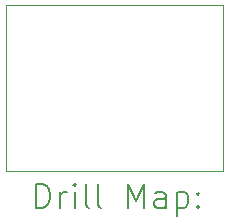
<source format=gbr>
%TF.GenerationSoftware,KiCad,Pcbnew,8.0.8-8.0.8-0~ubuntu24.04.1*%
%TF.CreationDate,2025-02-14T12:49:03-06:00*%
%TF.ProjectId,tof_module,746f665f-6d6f-4647-956c-652e6b696361,rev?*%
%TF.SameCoordinates,Original*%
%TF.FileFunction,Drillmap*%
%TF.FilePolarity,Positive*%
%FSLAX45Y45*%
G04 Gerber Fmt 4.5, Leading zero omitted, Abs format (unit mm)*
G04 Created by KiCad (PCBNEW 8.0.8-8.0.8-0~ubuntu24.04.1) date 2025-02-14 12:49:03*
%MOMM*%
%LPD*%
G01*
G04 APERTURE LIST*
%ADD10C,0.050000*%
%ADD11C,0.200000*%
G04 APERTURE END LIST*
D10*
X10740000Y-7640000D02*
X12580000Y-7640000D01*
X12580000Y-9040000D01*
X10740000Y-9040000D01*
X10740000Y-7640000D01*
D11*
X10998277Y-9353984D02*
X10998277Y-9153984D01*
X10998277Y-9153984D02*
X11045896Y-9153984D01*
X11045896Y-9153984D02*
X11074467Y-9163508D01*
X11074467Y-9163508D02*
X11093515Y-9182555D01*
X11093515Y-9182555D02*
X11103039Y-9201603D01*
X11103039Y-9201603D02*
X11112563Y-9239698D01*
X11112563Y-9239698D02*
X11112563Y-9268270D01*
X11112563Y-9268270D02*
X11103039Y-9306365D01*
X11103039Y-9306365D02*
X11093515Y-9325412D01*
X11093515Y-9325412D02*
X11074467Y-9344460D01*
X11074467Y-9344460D02*
X11045896Y-9353984D01*
X11045896Y-9353984D02*
X10998277Y-9353984D01*
X11198277Y-9353984D02*
X11198277Y-9220650D01*
X11198277Y-9258746D02*
X11207801Y-9239698D01*
X11207801Y-9239698D02*
X11217324Y-9230174D01*
X11217324Y-9230174D02*
X11236372Y-9220650D01*
X11236372Y-9220650D02*
X11255420Y-9220650D01*
X11322086Y-9353984D02*
X11322086Y-9220650D01*
X11322086Y-9153984D02*
X11312562Y-9163508D01*
X11312562Y-9163508D02*
X11322086Y-9173031D01*
X11322086Y-9173031D02*
X11331610Y-9163508D01*
X11331610Y-9163508D02*
X11322086Y-9153984D01*
X11322086Y-9153984D02*
X11322086Y-9173031D01*
X11445896Y-9353984D02*
X11426848Y-9344460D01*
X11426848Y-9344460D02*
X11417324Y-9325412D01*
X11417324Y-9325412D02*
X11417324Y-9153984D01*
X11550658Y-9353984D02*
X11531610Y-9344460D01*
X11531610Y-9344460D02*
X11522086Y-9325412D01*
X11522086Y-9325412D02*
X11522086Y-9153984D01*
X11779229Y-9353984D02*
X11779229Y-9153984D01*
X11779229Y-9153984D02*
X11845896Y-9296841D01*
X11845896Y-9296841D02*
X11912562Y-9153984D01*
X11912562Y-9153984D02*
X11912562Y-9353984D01*
X12093515Y-9353984D02*
X12093515Y-9249222D01*
X12093515Y-9249222D02*
X12083991Y-9230174D01*
X12083991Y-9230174D02*
X12064943Y-9220650D01*
X12064943Y-9220650D02*
X12026848Y-9220650D01*
X12026848Y-9220650D02*
X12007801Y-9230174D01*
X12093515Y-9344460D02*
X12074467Y-9353984D01*
X12074467Y-9353984D02*
X12026848Y-9353984D01*
X12026848Y-9353984D02*
X12007801Y-9344460D01*
X12007801Y-9344460D02*
X11998277Y-9325412D01*
X11998277Y-9325412D02*
X11998277Y-9306365D01*
X11998277Y-9306365D02*
X12007801Y-9287317D01*
X12007801Y-9287317D02*
X12026848Y-9277793D01*
X12026848Y-9277793D02*
X12074467Y-9277793D01*
X12074467Y-9277793D02*
X12093515Y-9268270D01*
X12188753Y-9220650D02*
X12188753Y-9420650D01*
X12188753Y-9230174D02*
X12207801Y-9220650D01*
X12207801Y-9220650D02*
X12245896Y-9220650D01*
X12245896Y-9220650D02*
X12264943Y-9230174D01*
X12264943Y-9230174D02*
X12274467Y-9239698D01*
X12274467Y-9239698D02*
X12283991Y-9258746D01*
X12283991Y-9258746D02*
X12283991Y-9315889D01*
X12283991Y-9315889D02*
X12274467Y-9334936D01*
X12274467Y-9334936D02*
X12264943Y-9344460D01*
X12264943Y-9344460D02*
X12245896Y-9353984D01*
X12245896Y-9353984D02*
X12207801Y-9353984D01*
X12207801Y-9353984D02*
X12188753Y-9344460D01*
X12369705Y-9334936D02*
X12379229Y-9344460D01*
X12379229Y-9344460D02*
X12369705Y-9353984D01*
X12369705Y-9353984D02*
X12360182Y-9344460D01*
X12360182Y-9344460D02*
X12369705Y-9334936D01*
X12369705Y-9334936D02*
X12369705Y-9353984D01*
X12369705Y-9230174D02*
X12379229Y-9239698D01*
X12379229Y-9239698D02*
X12369705Y-9249222D01*
X12369705Y-9249222D02*
X12360182Y-9239698D01*
X12360182Y-9239698D02*
X12369705Y-9230174D01*
X12369705Y-9230174D02*
X12369705Y-9249222D01*
M02*

</source>
